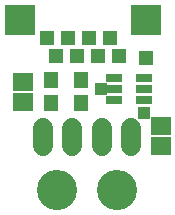
<source format=gbs>
G75*
%MOIN*%
%OFA0B0*%
%FSLAX25Y25*%
%IPPOS*%
%LPD*%
%AMOC8*
5,1,8,0,0,1.08239X$1,22.5*
%
%ADD10C,0.13398*%
%ADD11R,0.06706X0.05918*%
%ADD12R,0.05524X0.02965*%
%ADD13R,0.04800X0.05800*%
%ADD14C,0.06800*%
%ADD15C,0.08800*%
%ADD16C,0.02800*%
%ADD17R,0.04800X0.04800*%
%ADD18R,0.10249X0.10249*%
%ADD19R,0.04369X0.04369*%
%ADD20R,0.03900X0.03900*%
%ADD21R,0.04762X0.04762*%
D10*
X0023167Y0009200D03*
X0043167Y0009200D03*
D11*
X0057667Y0023854D03*
X0057667Y0030546D03*
X0011667Y0038354D03*
X0011667Y0045046D03*
D12*
X0042049Y0046440D03*
X0042049Y0042700D03*
X0042049Y0038960D03*
X0052285Y0038960D03*
X0052285Y0042700D03*
X0052285Y0046440D03*
D13*
X0031167Y0045700D03*
X0031167Y0038200D03*
X0021167Y0038200D03*
X0021167Y0045700D03*
D14*
X0018403Y0029700D02*
X0018403Y0023700D01*
X0028245Y0023700D02*
X0028245Y0029700D01*
X0038088Y0029700D02*
X0038088Y0023700D01*
X0047930Y0023700D02*
X0047930Y0029700D01*
D15*
X0052667Y0065700D03*
X0010667Y0065700D03*
D16*
X0019667Y0059700D03*
X0022667Y0053700D03*
X0026667Y0059700D03*
X0029667Y0053700D03*
X0033667Y0059700D03*
X0036667Y0053700D03*
X0040667Y0059700D03*
X0043667Y0053700D03*
D17*
X0043667Y0053700D03*
X0040667Y0059700D03*
X0036667Y0053700D03*
X0033667Y0059700D03*
X0029667Y0053700D03*
X0026667Y0059700D03*
X0022667Y0053700D03*
X0019667Y0059700D03*
D18*
X0010667Y0065700D03*
X0052667Y0065700D03*
D19*
X0037667Y0042700D03*
D20*
X0052167Y0034700D03*
D21*
X0052667Y0053200D03*
M02*

</source>
